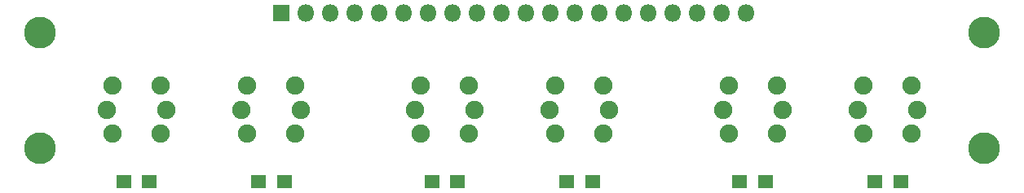
<source format=gbr>
G04 #@! TF.GenerationSoftware,KiCad,Pcbnew,(5.1.6)-1*
G04 #@! TF.CreationDate,2020-10-30T20:33:45+01:00*
G04 #@! TF.ProjectId,light-btn,6c696768-742d-4627-946e-2e6b69636164,rev?*
G04 #@! TF.SameCoordinates,Original*
G04 #@! TF.FileFunction,Soldermask,Top*
G04 #@! TF.FilePolarity,Negative*
%FSLAX46Y46*%
G04 Gerber Fmt 4.6, Leading zero omitted, Abs format (unit mm)*
G04 Created by KiCad (PCBNEW (5.1.6)-1) date 2020-10-30 20:33:45*
%MOMM*%
%LPD*%
G01*
G04 APERTURE LIST*
%ADD10C,3.300000*%
%ADD11O,1.800000X1.800000*%
%ADD12R,1.800000X1.800000*%
%ADD13R,1.600000X1.400000*%
%ADD14C,1.900000*%
G04 APERTURE END LIST*
D10*
X66000000Y-45000000D03*
X164000000Y-45000000D03*
X164000000Y-57000000D03*
X66000000Y-57000000D03*
D11*
X139260000Y-43000000D03*
X136720000Y-43000000D03*
X134180000Y-43000000D03*
X131640000Y-43000000D03*
X129100000Y-43000000D03*
X126560000Y-43000000D03*
X124020000Y-43000000D03*
X121480000Y-43000000D03*
X118940000Y-43000000D03*
X116400000Y-43000000D03*
X113860000Y-43000000D03*
X111320000Y-43000000D03*
X108780000Y-43000000D03*
X106240000Y-43000000D03*
X103700000Y-43000000D03*
X101160000Y-43000000D03*
X98620000Y-43000000D03*
X96080000Y-43000000D03*
X93540000Y-43000000D03*
D12*
X91000000Y-43000000D03*
D13*
X74650000Y-60500000D03*
X77350000Y-60500000D03*
X91350000Y-60500000D03*
X88650000Y-60500000D03*
X106650000Y-60500000D03*
X109350000Y-60500000D03*
X123350000Y-60500000D03*
X120650000Y-60500000D03*
X138650000Y-60500000D03*
X141350000Y-60500000D03*
X155350000Y-60500000D03*
X152650000Y-60500000D03*
D14*
X79100000Y-53000000D03*
X72900000Y-53000000D03*
X73500000Y-50500000D03*
X78500000Y-50500000D03*
X73500000Y-55500000D03*
X78500000Y-55500000D03*
X92500000Y-55500000D03*
X87500000Y-55500000D03*
X92500000Y-50500000D03*
X87500000Y-50500000D03*
X86900000Y-53000000D03*
X93100000Y-53000000D03*
X111100000Y-53000000D03*
X104900000Y-53000000D03*
X105500000Y-50500000D03*
X110500000Y-50500000D03*
X105500000Y-55500000D03*
X110500000Y-55500000D03*
X124500000Y-55500000D03*
X119500000Y-55500000D03*
X124500000Y-50500000D03*
X119500000Y-50500000D03*
X118900000Y-53000000D03*
X125100000Y-53000000D03*
X142500000Y-55500000D03*
X137500000Y-55500000D03*
X142500000Y-50500000D03*
X137500000Y-50500000D03*
X136900000Y-53000000D03*
X143100000Y-53000000D03*
X157100000Y-53000000D03*
X150900000Y-53000000D03*
X151500000Y-50500000D03*
X156500000Y-50500000D03*
X151500000Y-55500000D03*
X156500000Y-55500000D03*
M02*

</source>
